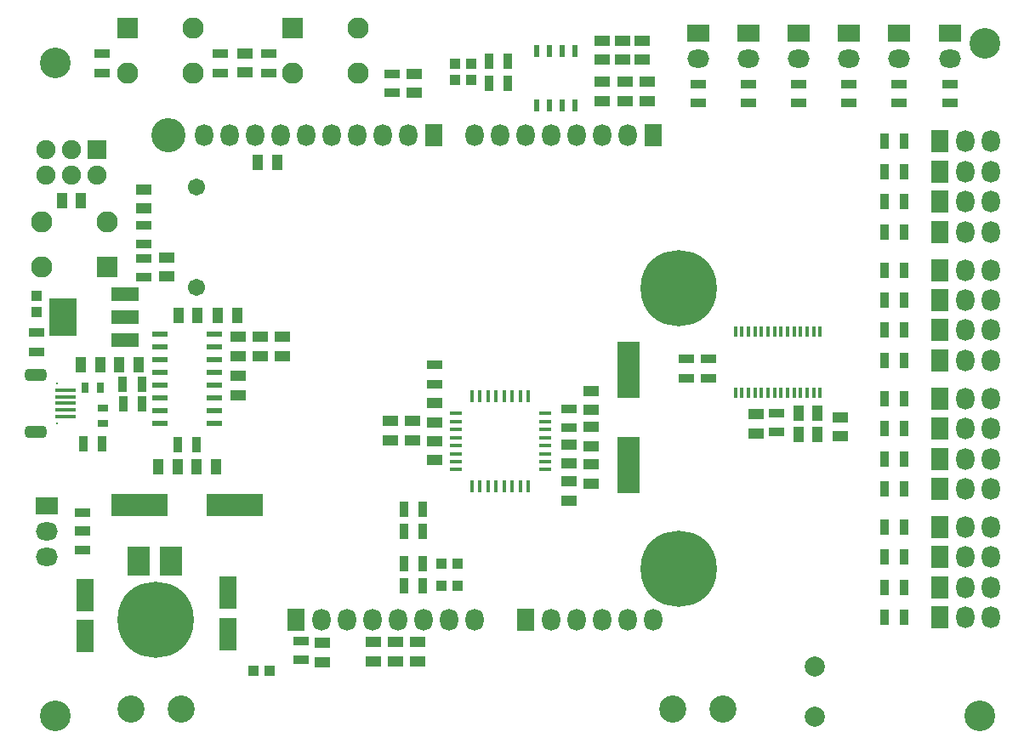
<source format=gts>
G04 Layer_Color=8388736*
%FSLAX25Y25*%
%MOIN*%
G70*
G01*
G75*
%ADD10R,0.05906X0.02362*%
%ADD22R,0.01772X0.04724*%
%ADD23R,0.04724X0.01772*%
%ADD25R,0.01378X0.03937*%
%ADD29R,0.02362X0.04724*%
%ADD30R,0.08268X0.01575*%
G04:AMPARAMS|DCode=49|XSize=84.65mil|YSize=47.24mil|CornerRadius=14.17mil|HoleSize=0mil|Usage=FLASHONLY|Rotation=0.000|XOffset=0mil|YOffset=0mil|HoleType=Round|Shape=RoundedRectangle|*
%AMROUNDEDRECTD49*
21,1,0.08465,0.01890,0,0,0.0*
21,1,0.05630,0.04724,0,0,0.0*
1,1,0.02835,0.02815,-0.00945*
1,1,0.02835,-0.02815,-0.00945*
1,1,0.02835,-0.02815,0.00945*
1,1,0.02835,0.02815,0.00945*
%
%ADD49ROUNDEDRECTD49*%
%ADD53R,0.03950X0.03950*%
%ADD54R,0.05918X0.03556*%
%ADD55R,0.04343X0.03162*%
%ADD56R,0.03162X0.04343*%
%ADD57R,0.04343X0.05918*%
%ADD58R,0.22453X0.09068*%
%ADD59R,0.03556X0.05918*%
%ADD60R,0.05918X0.04343*%
%ADD61R,0.03950X0.03950*%
%ADD62R,0.07099X0.12611*%
%ADD63R,0.09068X0.22453*%
%ADD64C,0.12000*%
%ADD65R,0.08674X0.11430*%
%ADD66R,0.10642X0.05524*%
%ADD67R,0.10642X0.14579*%
%ADD68C,0.13398*%
%ADD69C,0.10642*%
%ADD70C,0.08280*%
%ADD71R,0.08280X0.08280*%
%ADD72R,0.07099X0.08674*%
%ADD73O,0.07099X0.08674*%
%ADD74C,0.06706*%
%ADD75R,0.07493X0.07493*%
%ADD76C,0.07493*%
%ADD77R,0.08674X0.07099*%
%ADD78O,0.08674X0.07099*%
%ADD79C,0.07887*%
%ADD80C,0.29934*%
%ADD81C,0.00800*%
D10*
X56693Y165541D02*
D03*
Y160541D02*
D03*
Y155541D02*
D03*
Y150541D02*
D03*
X77953Y165541D02*
D03*
Y160541D02*
D03*
Y155541D02*
D03*
Y140581D02*
D03*
Y145581D02*
D03*
Y150581D02*
D03*
X56693Y140581D02*
D03*
Y145581D02*
D03*
X77953Y130522D02*
D03*
Y135522D02*
D03*
X56693Y130522D02*
D03*
Y135522D02*
D03*
D22*
X201024Y105591D02*
D03*
X197874D02*
D03*
X194724D02*
D03*
X191575D02*
D03*
X188425D02*
D03*
X185276D02*
D03*
X182126D02*
D03*
X178976D02*
D03*
X178976Y141024D02*
D03*
X182126D02*
D03*
X185276D02*
D03*
X188425D02*
D03*
X191575D02*
D03*
X194724D02*
D03*
X197874D02*
D03*
X201024D02*
D03*
D23*
X172480Y112283D02*
D03*
Y115433D02*
D03*
Y118583D02*
D03*
Y121732D02*
D03*
Y124882D02*
D03*
Y128032D02*
D03*
Y131181D02*
D03*
Y134331D02*
D03*
X207716D02*
D03*
Y131181D02*
D03*
Y128032D02*
D03*
Y124882D02*
D03*
Y121732D02*
D03*
Y118583D02*
D03*
Y115433D02*
D03*
Y112283D02*
D03*
D25*
X282185Y142323D02*
D03*
X284744D02*
D03*
X287303D02*
D03*
X289862D02*
D03*
X292421D02*
D03*
X294980D02*
D03*
X297539D02*
D03*
X300098D02*
D03*
X302658D02*
D03*
X305217D02*
D03*
X307776D02*
D03*
X310335D02*
D03*
X312894D02*
D03*
X315453D02*
D03*
X282185Y166339D02*
D03*
X284744D02*
D03*
X287303D02*
D03*
X289862D02*
D03*
X292421D02*
D03*
X294980D02*
D03*
X297539D02*
D03*
X300098D02*
D03*
X302658D02*
D03*
X305217D02*
D03*
X307776D02*
D03*
X310335D02*
D03*
X312894D02*
D03*
X315453D02*
D03*
D29*
X219311Y276378D02*
D03*
X214311D02*
D03*
X209311D02*
D03*
X204311D02*
D03*
X219311Y255118D02*
D03*
X214311D02*
D03*
X209311D02*
D03*
X204311D02*
D03*
D30*
X19587Y133169D02*
D03*
Y135728D02*
D03*
Y138287D02*
D03*
Y140847D02*
D03*
Y143405D02*
D03*
D49*
X7874Y149409D02*
D03*
Y127165D02*
D03*
D53*
X8268Y174016D02*
D03*
Y180315D02*
D03*
D54*
Y165945D02*
D03*
Y158465D02*
D03*
X111811Y37598D02*
D03*
Y45079D02*
D03*
X26378Y80905D02*
D03*
Y88386D02*
D03*
Y87992D02*
D03*
Y95472D02*
D03*
X80315Y275394D02*
D03*
Y267913D02*
D03*
X147638Y267520D02*
D03*
Y260039D02*
D03*
X33858Y267913D02*
D03*
Y275394D02*
D03*
X99213Y267913D02*
D03*
Y275394D02*
D03*
X50394Y200591D02*
D03*
Y208071D02*
D03*
Y195079D02*
D03*
Y187598D02*
D03*
X216831Y136221D02*
D03*
Y128740D02*
D03*
X164173Y145866D02*
D03*
Y153347D02*
D03*
X267717Y256102D02*
D03*
Y263583D02*
D03*
X287402Y256102D02*
D03*
Y263583D02*
D03*
X307087Y256102D02*
D03*
Y263583D02*
D03*
X326772Y256102D02*
D03*
Y263583D02*
D03*
X346457Y256102D02*
D03*
Y263583D02*
D03*
X366142Y256102D02*
D03*
Y263583D02*
D03*
X271654Y148228D02*
D03*
Y155709D02*
D03*
X262992Y148228D02*
D03*
Y155709D02*
D03*
X298425Y126969D02*
D03*
Y134449D02*
D03*
D55*
X34400Y130447D02*
D03*
Y136353D02*
D03*
D56*
X27461Y144488D02*
D03*
X33366D02*
D03*
D57*
X56102Y113386D02*
D03*
X63583D02*
D03*
X78543D02*
D03*
X71063D02*
D03*
X86811Y172835D02*
D03*
X79331D02*
D03*
X40748Y153543D02*
D03*
X48228D02*
D03*
X63976Y172835D02*
D03*
X71457D02*
D03*
X33268Y153543D02*
D03*
X25787D02*
D03*
X102559Y232677D02*
D03*
X95079D02*
D03*
X18307Y217717D02*
D03*
X25787D02*
D03*
X314370Y125984D02*
D03*
X306890D02*
D03*
X314370Y134252D02*
D03*
X306890D02*
D03*
D58*
X48622Y98425D02*
D03*
X86024D02*
D03*
D59*
X63583Y122047D02*
D03*
X71063D02*
D03*
X42160Y138200D02*
D03*
X49640D02*
D03*
X42060Y145900D02*
D03*
X49540D02*
D03*
X26575Y122441D02*
D03*
X34055D02*
D03*
X185630Y272441D02*
D03*
X193110D02*
D03*
X185630Y263779D02*
D03*
X193110D02*
D03*
X159634Y75561D02*
D03*
X152154D02*
D03*
X159694Y66745D02*
D03*
X152213D02*
D03*
X159634Y88189D02*
D03*
X152154D02*
D03*
X159634Y96850D02*
D03*
X152154D02*
D03*
X340748Y128347D02*
D03*
X348228D02*
D03*
X340748Y140157D02*
D03*
X348229D02*
D03*
X340748Y77953D02*
D03*
X348228D02*
D03*
X340748Y89764D02*
D03*
X348229D02*
D03*
X340748Y104724D02*
D03*
X348229D02*
D03*
X340748Y116535D02*
D03*
X348228D02*
D03*
X340748Y54331D02*
D03*
X348228D02*
D03*
X340748Y66142D02*
D03*
X348228D02*
D03*
X340748Y229134D02*
D03*
X348228D02*
D03*
X340748Y240945D02*
D03*
X348228D02*
D03*
X340748Y205512D02*
D03*
X348228D02*
D03*
X340748Y217323D02*
D03*
X348229D02*
D03*
X340748Y178740D02*
D03*
X348229D02*
D03*
X340748Y190551D02*
D03*
X348228D02*
D03*
X340748Y155118D02*
D03*
X348229D02*
D03*
X340748Y166929D02*
D03*
X348228D02*
D03*
D60*
X87402Y156890D02*
D03*
Y164370D02*
D03*
X96063Y156890D02*
D03*
Y164370D02*
D03*
X104724Y156890D02*
D03*
Y164370D02*
D03*
X87402Y149016D02*
D03*
Y141535D02*
D03*
X59449Y195472D02*
D03*
Y187992D02*
D03*
X237858Y273031D02*
D03*
Y280512D02*
D03*
X229984Y273031D02*
D03*
Y280512D02*
D03*
X245732Y273031D02*
D03*
Y280512D02*
D03*
X89900Y275440D02*
D03*
Y267960D02*
D03*
X156299Y267520D02*
D03*
Y260039D02*
D03*
X50394Y222244D02*
D03*
Y214764D02*
D03*
X120472Y36811D02*
D03*
Y44291D02*
D03*
X148819Y37205D02*
D03*
Y44685D02*
D03*
X140157Y37205D02*
D03*
Y44685D02*
D03*
X157480Y37205D02*
D03*
Y44685D02*
D03*
X225590Y143110D02*
D03*
Y135630D02*
D03*
Y121457D02*
D03*
Y128937D02*
D03*
X164173Y123425D02*
D03*
Y115945D02*
D03*
X155512Y131299D02*
D03*
Y123819D02*
D03*
X164173Y130905D02*
D03*
Y138386D02*
D03*
X146949Y123819D02*
D03*
Y131299D02*
D03*
X225590Y106890D02*
D03*
Y114370D02*
D03*
X216929Y114764D02*
D03*
Y122244D02*
D03*
Y100197D02*
D03*
Y107677D02*
D03*
X229921Y264370D02*
D03*
Y256890D02*
D03*
X238976Y264370D02*
D03*
Y256890D02*
D03*
X247638Y264370D02*
D03*
Y256890D02*
D03*
X290158Y134055D02*
D03*
Y126575D02*
D03*
X323228Y125394D02*
D03*
Y132874D02*
D03*
D61*
X99606Y33465D02*
D03*
X93307D02*
D03*
X178740Y271260D02*
D03*
X172441D02*
D03*
X178740Y264961D02*
D03*
X172441D02*
D03*
X167044Y75561D02*
D03*
X173343D02*
D03*
X167044Y66745D02*
D03*
X173343D02*
D03*
D62*
X27165Y63189D02*
D03*
Y47047D02*
D03*
X83465Y63976D02*
D03*
Y47835D02*
D03*
D63*
X240158Y151378D02*
D03*
Y113976D02*
D03*
D64*
X379921Y279528D02*
D03*
X377953Y15748D02*
D03*
X15748D02*
D03*
Y271654D02*
D03*
D65*
X48425Y76378D02*
D03*
X61024D02*
D03*
D66*
X42913Y162992D02*
D03*
Y172047D02*
D03*
Y181102D02*
D03*
D67*
X18504Y172047D02*
D03*
D68*
X60000Y243307D02*
D03*
D69*
X45276Y18504D02*
D03*
X64961D02*
D03*
X257480D02*
D03*
X277165D02*
D03*
D70*
X44094Y267717D02*
D03*
X69685D02*
D03*
Y285433D02*
D03*
X108661Y267717D02*
D03*
X134252D02*
D03*
Y285433D02*
D03*
X35827Y209449D02*
D03*
X10236D02*
D03*
Y191732D02*
D03*
D71*
X44094Y285433D02*
D03*
X108661D02*
D03*
X35827Y191732D02*
D03*
D72*
X110000Y53307D02*
D03*
X250000Y243307D02*
D03*
X200000Y53307D02*
D03*
X164000Y243307D02*
D03*
X362205Y155118D02*
D03*
Y166929D02*
D03*
Y178740D02*
D03*
Y190551D02*
D03*
Y205512D02*
D03*
Y217323D02*
D03*
Y229134D02*
D03*
Y240945D02*
D03*
Y54331D02*
D03*
Y66142D02*
D03*
Y104724D02*
D03*
Y116535D02*
D03*
Y77953D02*
D03*
Y89764D02*
D03*
Y128347D02*
D03*
Y140157D02*
D03*
D73*
X120000Y53307D02*
D03*
X130000D02*
D03*
X140000D02*
D03*
X150000D02*
D03*
X160000D02*
D03*
X170000D02*
D03*
X180000D02*
D03*
X240000Y243307D02*
D03*
X230000D02*
D03*
X220000D02*
D03*
X210000D02*
D03*
X200000D02*
D03*
X190000D02*
D03*
X180000D02*
D03*
X250000Y53307D02*
D03*
X240000D02*
D03*
X230000D02*
D03*
X220000D02*
D03*
X210000D02*
D03*
X74000Y243307D02*
D03*
X84000D02*
D03*
X94000D02*
D03*
X104000D02*
D03*
X114000D02*
D03*
X124000D02*
D03*
X134000D02*
D03*
X144000D02*
D03*
X154000D02*
D03*
X382205Y155118D02*
D03*
X372205D02*
D03*
Y166929D02*
D03*
X382205D02*
D03*
Y178740D02*
D03*
X372205D02*
D03*
Y190551D02*
D03*
X382205D02*
D03*
Y205512D02*
D03*
X372205D02*
D03*
Y217323D02*
D03*
X382205D02*
D03*
Y229134D02*
D03*
X372205D02*
D03*
Y240945D02*
D03*
X382205D02*
D03*
Y54331D02*
D03*
X372205D02*
D03*
Y66142D02*
D03*
X382205D02*
D03*
Y104724D02*
D03*
X372205D02*
D03*
Y116535D02*
D03*
X382205D02*
D03*
Y77953D02*
D03*
X372205D02*
D03*
Y89764D02*
D03*
X382205D02*
D03*
Y128347D02*
D03*
X372205D02*
D03*
Y140157D02*
D03*
X382205D02*
D03*
D74*
X70866Y183858D02*
D03*
Y223228D02*
D03*
D75*
X31890Y237795D02*
D03*
D76*
X21890D02*
D03*
X11890D02*
D03*
X31890Y227795D02*
D03*
X21890D02*
D03*
X11890D02*
D03*
D77*
X267717Y283465D02*
D03*
X287402D02*
D03*
X307087D02*
D03*
X326772D02*
D03*
X346457D02*
D03*
X366142D02*
D03*
X12205Y98032D02*
D03*
D78*
X267717Y273465D02*
D03*
X287402D02*
D03*
X307087D02*
D03*
X326772D02*
D03*
X346457D02*
D03*
X366142D02*
D03*
X12205Y88032D02*
D03*
Y78031D02*
D03*
D79*
X313386Y35039D02*
D03*
Y15354D02*
D03*
D80*
X260000Y73307D02*
D03*
Y183307D02*
D03*
X55000Y53307D02*
D03*
D81*
X16339Y146161D02*
D03*
X16339Y130413D02*
D03*
M02*

</source>
